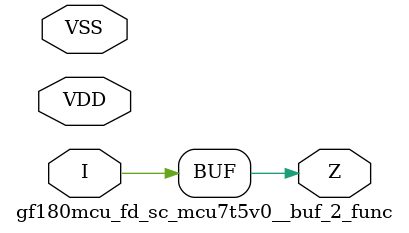
<source format=v>

module gf180mcu_fd_sc_mcu7t5v0__buf_2_func( I, Z, VDD, VSS );
input I;
inout VDD, VSS;
output Z;

	buf MGM_BG_0( Z, I );

endmodule

</source>
